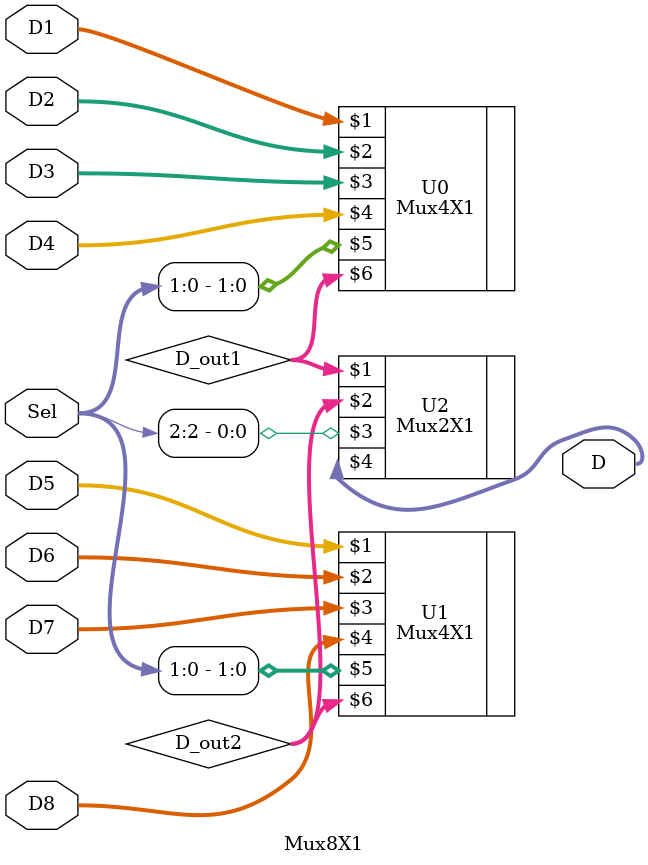
<source format=v>
`timescale 1ns / 1ps


module Mux8X1 (D1,D2,D3,D4,D5,D6,D7,D8,Sel,D);
input [15:0] D1,D2,D3,D4,D5,D6,D7,D8;
input [2:0] Sel;
output wire [15:0] D;
wire [15:0] D_out1, D_out2;
Mux4X1 U0 (D1,D2,D3,D4,Sel[1:0],D_out1);
Mux4X1 U1 (D5,D6,D7,D8,Sel[1:0],D_out2);
Mux2X1 U2 (D_out1, D_out2, Sel[2], D);

endmodule

</source>
